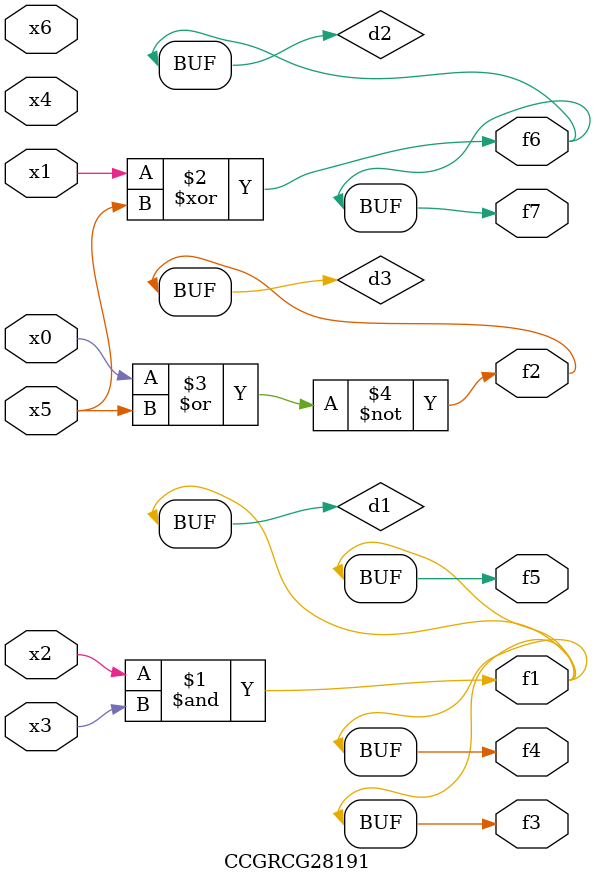
<source format=v>
module CCGRCG28191(
	input x0, x1, x2, x3, x4, x5, x6,
	output f1, f2, f3, f4, f5, f6, f7
);

	wire d1, d2, d3;

	and (d1, x2, x3);
	xor (d2, x1, x5);
	nor (d3, x0, x5);
	assign f1 = d1;
	assign f2 = d3;
	assign f3 = d1;
	assign f4 = d1;
	assign f5 = d1;
	assign f6 = d2;
	assign f7 = d2;
endmodule

</source>
